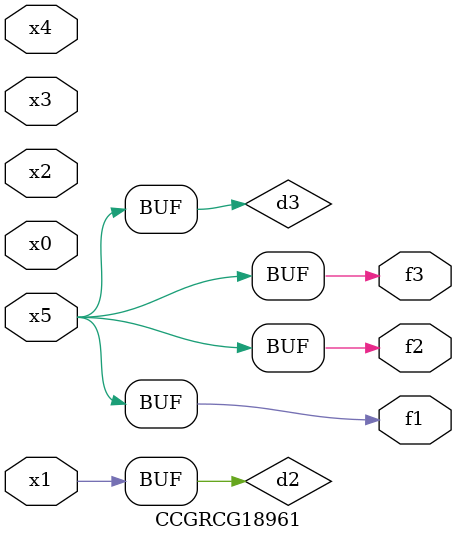
<source format=v>
module CCGRCG18961(
	input x0, x1, x2, x3, x4, x5,
	output f1, f2, f3
);

	wire d1, d2, d3;

	not (d1, x5);
	or (d2, x1);
	xnor (d3, d1);
	assign f1 = d3;
	assign f2 = d3;
	assign f3 = d3;
endmodule

</source>
